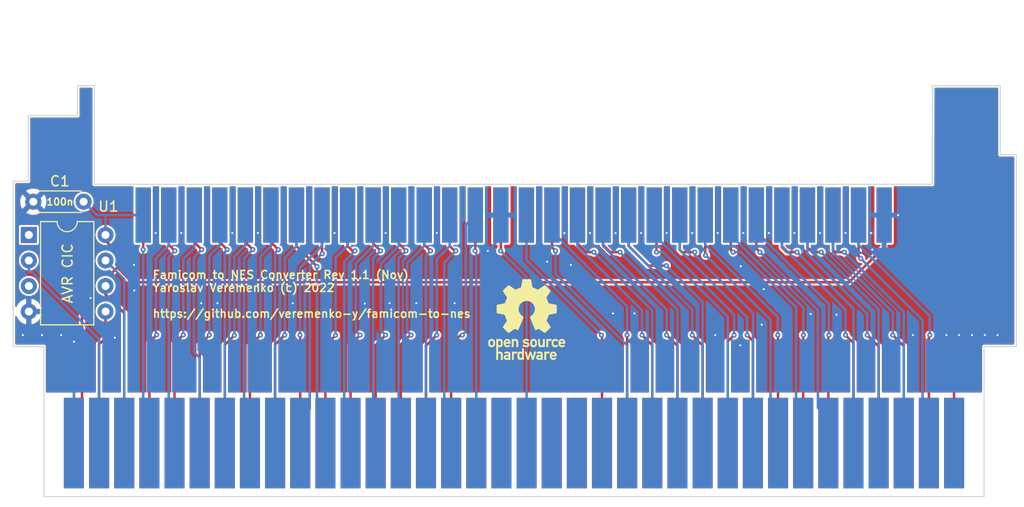
<source format=kicad_pcb>
(kicad_pcb (version 20211014) (generator pcbnew)
  (layers (0 "F.Cu" signal) (31 "B.Cu" signal) (34 "B.Paste" user) (35 "F.Paste" user) (36 "B.SilkS" user "B.Silkscreen") (37 "F.SilkS" user "F.Silkscreen") (38 "B.Mask" user) (39 "F.Mask" user) (44 "Edge.Cuts" user))
  (net 0 "")
  (net 1 "+5V")
  (net 2 "GND")
  (net 3 "/A11")
  (net 4 "/A10")
  (net 5 "/A9")
  (net 6 "/A8")
  (net 7 "/A7")
  (net 8 "/A6")
  (net 9 "/A5")
  (net 10 "/A4")
  (net 11 "/A3")
  (net 12 "/A2")
  (net 13 "/A1")
  (net 14 "/A0")
  (net 15 "/RW")
  (net 16 "/IRQ")
  (net 22 "/R")
  (net 23 "/VA10")
  (net 24 "/PPU_A6")
  (net 25 "/PPU_A5")
  (net 26 "/PPU_A4")
  (net 27 "/PPU_A3")
  (net 28 "/PPU_A2")
  (net 29 "/PPU_A1")
  (net 30 "/PPU_A0")
  (net 31 "/PPU_D0")
  (net 32 "/PPU_D1")
  (net 33 "/PPU_D2")
  (net 34 "/PPU_D3")
  (net 35 "/S0")
  (net 36 "/S1")
  (net 37 "/CLK")
  (net 38 "/PHI2")
  (net 39 "/A12")
  (net 40 "/A13")
  (net 41 "/A14")
  (net 42 "/D7")
  (net 43 "/D6")
  (net 44 "/D5")
  (net 45 "/D4")
  (net 46 "/D3")
  (net 47 "/D2")
  (net 48 "/D1")
  (net 49 "/D0")
  (net 50 "/PRG")
  (net 54 "/A_RF")
  (net 56 "/W")
  (net 57 "/VCS")
  (net 58 "/~{A13}")
  (net 59 "/PPU_A7")
  (net 60 "/PPU_A8")
  (net 61 "/PPU_A9")
  (net 62 "/PPU_A11")
  (net 63 "/PPU_A10")
  (net 64 "/PPU_A12")
  (net 65 "/PPU_A13")
  (net 66 "/PPU_D7")
  (net 67 "/PPU_D6")
  (net 68 "/PPU_D5")
  (net 69 "/PPU_D4")
  (net 70 "/S2")
  (net 71 "/4MHz")
  (net 73 "/A_2A03")
  (footprint "yaros:NES_Cart_Edge_Connector" (layer "F.Cu") (at 141.54 106.6292)
    (fp_text reference "J1" hide)
    (fp_text value "NES" hide)
  )
  (footprint "Capacitor_THT:C_Disc_D4.3mm_W1.9mm_P5.00mm" (layer "F.Cu") (at 98.75 82.61 180)
    (fp_text reference "C1")
    (fp_text value "100n")
  )
  (footprint "Package_DIP:DIP-8_W7.62mm" (layer "F.Cu") (at 93.31 85.92)
    (fp_text reference "U1")
    (fp_text value "AVR CIC")
  )
  (footprint "Symbol:OSHW-Logo_7.5x8mm_SilkScreen" (layer "F.Cu") (at 142.7988 94.3356)
    (fp_text reference "REF**" hide)
    (fp_text value "OSHW-Logo_7.5x8mm_SilkScreen" hide)
  )
  (footprint "yaros:Famicom-60SocketEdge" (layer "B.Cu") (at 182.755 65.446 180)
    (fp_text reference "J2" hide)
    (fp_text value "Famicom")
  )
  (gr_line (start 98.1568 71.0692) (end 99.822 71.0692) (layer "Edge.Cuts") (width 0.1))
  (gr_line (start 93.2546 80.5688) (end 93.2546 74.041) (layer "Edge.Cuts") (width 0.1))
  (gr_line (start 91.756 80.5688) (end 93.2546 80.5688) (layer "Edge.Cuts") (width 0.1))
  (gr_line (start 191.4764 97.028) (end 191.4764 77.9272) (layer "Edge.Cuts") (width 0.1))
  (gr_line (start 191.4764 77.9272) (end 189.8762 77.9272) (layer "Edge.Cuts") (width 0.1))
  (gr_line (start 93.2546 74.041) (end 98.1568 74.041) (layer "Edge.Cuts") (width 0.1))
  (gr_line (start 189.8762 77.6478) (end 189.8762 71.0692) (layer "Edge.Cuts") (width 0.1))
  (gr_line (start 189.8762 77.9272) (end 189.8762 77.6478) (layer "Edge.Cuts") (width 0.1))
  (gr_line (start 188.276 111.9632) (end 188.276 97.028) (layer "Edge.Cuts") (width 0.1))
  (gr_line (start 99.822 71.0692) (end 99.822 80.8736) (layer "Edge.Cuts") (width 0.1))
  (gr_line (start 98.1568 74.041) (end 98.1568 71.0692) (layer "Edge.Cuts") (width 0.1))
  (gr_line (start 183.134 80.8736) (end 183.14 71.0692) (layer "Edge.Cuts") (width 0.1))
  (gr_line (start 94.804 97.028) (end 91.756 97.028) (layer "Edge.Cuts") (width 0.1))
  (gr_line (start 183.14 71.0692) (end 189.8762 71.0692) (layer "Edge.Cuts") (width 0.1))
  (gr_line (start 91.756 97.028) (end 91.756 80.5688) (layer "Edge.Cuts") (width 0.1))
  (gr_line (start 188.276 97.028) (end 191.4764 97.028) (layer "Edge.Cuts") (width 0.1))
  (gr_line (start 99.822 80.8736) (end 183.134 80.8736) (layer "Edge.Cuts") (width 0.1))
  (gr_line (start 188.276 111.9632) (end 94.804 111.9632) (layer "Edge.Cuts") (width 0.1))
  (gr_line (start 94.804 111.9632) (end 94.804 97.028) (layer "Edge.Cuts") (width 0.1))
  (gr_text "Famicom to NES Converter Rev 1.1 (Nov)\nYaroslav Veremenko (c) 2022\n\nhttps://github.com/veremenko-y/famicom-to-nes" (at 105.537 91.821) (layer "F.SilkS") (effects (font (size 0.8 0.8)) (justify left)))
  (segment (start 98.5937 103.3363) (end 98.5937 91.2713) (width 0.25) (layer "F.Cu") (net 1))
  (segment (start 98.5937 91.2713) (end 100.1522 89.7128) (width 0.25) (layer "F.Cu") (net 1))
  (segment (start 102.108 89.154) (end 103.5812 90.6272) (width 0.25) (layer "F.Cu") (net 1))
  (segment (start 100.1522 89.7128) (end 101.5492 89.7128) (width 0.25) (layer "F.Cu") (net 1))
  (segment (start 174.829 90.6272) (end 178.335 87.1212) (width 0.25) (layer "F.Cu") (net 1))
  (segment (start 102.362 88.9) (end 102.108 89.154) (width 0.25) (layer "F.Cu") (net 1))
  (segment (start 102.362 88.9) (end 102.362 87.9146) (width 0.25) (layer "F.Cu") (net 1))
  (segment (start 102.362 87.9146) (end 100.93 86.4826) (width 0.25) (layer "F.Cu") (net 1))
  (segment (start 101.5492 89.7128) (end 102.362 88.9) (width 0.25) (layer "F.Cu") (net 1))
  (segment (start 103.5812 90.6272) (end 174.829 90.6272) (width 0.25) (layer "F.Cu") (net 1))
  (segment (start 178.335 87.1212) (end 178.335 83.946) (width 0.25) (layer "F.Cu") (net 1))
  (segment (start 100.086 83.946) (end 100.93 83.946) (width 0.25) (layer "B.Cu") (net 1))
  (segment (start 100.93 83.946) (end 100.93 85.92) (width 0.25) (layer "B.Cu") (net 1))
  (segment (start 98.75 82.61) (end 100.086 83.946) (width 0.25) (layer "B.Cu") (net 1))
  (segment (start 100.93 83.946) (end 104.675 83.946) (width 0.25) (layer "B.Cu") (net 1))
  (segment (start 185.29 104.14) (end 185.29 96.8147) (width 0.25) (layer "F.Cu") (net 2))
  (via (at 108.458 85.725) (size 0.5) (drill 0.2) (layers "F.Cu" "B.Cu") (net 2))
  (via (at 138.938 87.503) (size 0.5) (drill 0.2) (layers "F.Cu" "B.Cu") (net 2))
  (via (at 179.7317 83.947) (size 0.5) (drill 0.2) (layers "F.Cu" "B.Cu") (net 2))
  (via (at 101.854 96.139) (size 0.5) (drill 0.2) (layers "F.Cu" "B.Cu") (net 2))
  (via (at 169.418 85.725) (size 0.5) (drill 0.2) (layers "F.Cu" "B.Cu") (net 2))
  (via (at 161.544 95.885) (size 0.5) (drill 0.2) (layers "F.Cu" "B.Cu") (net 2))
  (via (at 103.759 88.9) (size 0.5) (drill 0.2) (layers "F.Cu" "B.Cu") (net 2))
  (via (at 119.5445 92.71) (size 0.5) (drill 0.2) (layers "F.Cu" "B.Cu") (net 2))
  (via (at 123.698 85.725) (size 0.5) (drill 0.2) (layers "F.Cu" "B.Cu") (net 2))
  (via (at 164.338 85.725) (size 0.5) (drill 0.2) (layers "F.Cu" "B.Cu") (net 2))
  (via (at 103.7844 91.44) (size 0.5) (drill 0.2) (layers "F.Cu" "B.Cu") (net 2))
  (via (at 151.384 93.726) (size 0.5) (drill 0.2) (layers "F.Cu" "B.Cu") (net 2))
  (via (at 131.826 92.71) (size 0.5) (drill 0.2) (layers "F.Cu" "B.Cu") (net 2))
  (via (at 171.958 85.725) (size 0.5) (drill 0.2) (layers "F.Cu" "B.Cu") (net 2))
  (via (at 187.071 95.885) (size 0.5) (drill 0.2) (layers "F.Cu" "B.Cu") (net 2))
  (via (at 166.1668 94.8436) (size 0.5) (drill 0.2) (layers "F.Cu" "B.Cu") (net 2))
  (via (at 116.078 85.725) (size 0.5) (drill 0.2) (layers "F.Cu" "B.Cu") (net 2))
  (via (at 113.538 85.725) (size 0.5) (drill 0.2) (layers "F.Cu" "B.Cu") (net 2))
  (via (at 166.878 85.725) (size 0.5) (drill 0.2) (layers "F.Cu" "B.Cu") (net 2))
  (via (at 110.4392 92.71) (size 0.5) (drill 0.2) (layers "F.Cu" "B.Cu") (net 2))
  (via (at 147.193 88.9) (size 0.5) (drill 0.2) (layers "F.Cu" "B.Cu") (net 2))
  (via (at 166.37 91.313) (size 0.5) (drill 0.2) (layers "F.Cu" "B.Cu") (net 2))
  (via (at 128.778 85.725) (size 0.5) (drill 0.2) (layers "F.Cu" "B.Cu") (net 2))
  (via (at 185.801 95.885) (size 0.5) (drill 0.2) (layers "F.Cu" "B.Cu") (net 2))
  (via (at 97.79 96.5388) (size 0.5) (drill 0.2) (layers "F.Cu" "B.Cu") (net 2))
  (via (at 159.258 85.725) (size 0.5) (drill 0.2) (layers "F.Cu" "B.Cu") (net 2))
  (via (at 105.918 85.725) (size 0.5) (drill 0.2) (layers "F.Cu" "B.Cu") (net 2))
  (via (at 151.638 85.725) (size 0.5) (drill 0.2) (layers "F.Cu" "B.Cu") (net 2))
  (via (at 156.718 85.725) (size 0.5) (drill 0.2) (layers "F.Cu" "B.Cu") (net 2))
  (via (at 188.341 95.885) (size 0.5) (drill 0.2) (layers "F.Cu" "B.Cu") (net 2))
  (via (at 112.0648 92.71) (size 0.5) (drill 0.2) (layers "F.Cu" "B.Cu") (net 2))
  (via (at 129.17 92.71) (size 0.5) (drill 0.2) (layers "F.Cu" "B.Cu") (net 2))
  (via (at 96.52 95.885) (size 0.5) (drill 0.2) (layers "F.Cu" "B.Cu") (net 2))
  (via (at 153.5176 93.726) (size 0.5) (drill 0.2) (layers "F.Cu" "B.Cu") (net 2))
  (via (at 135.636 92.71) (size 0.5) (drill 0.2) (layers "F.Cu" "B.Cu") (net 2))
  (via (at 177.165 87.376) (size 0.5) (drill 0.2) (layers "F.Cu" "B.Cu") (net 2))
  (via (at 164.0332 96.901) (size 0.5) (drill 0.2) (layers "F.Cu" "B.Cu") (net 2))
  (via (at 189.611 95.885) (size 0.5) (drill 0.2) (layers "F.Cu" "B.Cu") (net 2))
  (via (at 177.038 85.725) (size 0.5) (drill 0.2) (layers "F.Cu" "B.Cu") (net 2))
  (via (at 171.0315 93.786508) (size 0.5) (drill 0.2) (layers "F.Cu" "B.Cu") (net 2))
  (via (at 154.178 85.725) (size 0.5) (drill 0.2) (layers "F.Cu" "B.Cu") (net 2))
  (via (at 181.19 95.885) (size 0.5) (drill 0.2) (layers "F.Cu" "B.Cu") (net 2))
  (via (at 99.441 92.202) (size 0.5) (drill 0.2) (layers "F.Cu" "B.Cu") (net 2))
  (via (at 161.798 85.725) (size 0.5) (drill 0.2) (layers "F.Cu" "B.Cu") (net 2))
  (via (at 184.531 95.885) (size 0.5) (drill 0.2) (layers "F.Cu" "B.Cu") (net 2))
  (via (at 164.084 89.027) (size 0.5) (drill 0.2) (layers "F.Cu" "B.Cu") (net 2))
  (via (at 92.71 95.885) (size 0.5) (drill 0.2) (layers "F.Cu" "B.Cu") (net 2))
  (via (at 173.609 93.853) (size 0.5) (drill 0.2) (layers "F.Cu" "B.Cu") (net 2))
  (via (at 94.615 95.885) (size 0.5) (drill 0.2) (layers "F.Cu" "B.Cu") (net 2))
  (via (at 174.498 85.725) (size 0.5) (drill 0.2) (layers "F.Cu" "B.Cu") (net 2))
  (via (at 126.7 92.75) (size 0.5) (drill 0.2) (layers "F.Cu" "B.Cu") (net 2))
  (via (at 144.84 88.58) (size 0.5) (drill 0.2) (layers "F.Cu" "B.Cu") (net 2))
  (via (at 133.858 85.725) (size 0.5) (drill 0.2) (layers "F.Cu" "B.Cu") (net 2))
  (via (at 146.558 85.725) (size 0.5) (drill 0.2) (layers "F.Cu" "B.Cu") (net 2))
  (via (at 149.098 85.725) (size 0.5) (drill 0.2) (layers "F.Cu" "B.Cu") (net 2))
  (segment (start 140.235 86.206) (end 138.938 87.503) (width 0.25) (layer "B.Cu") (net 2))
  (segment (start 179.7307 83.946) (end 179.7317 83.947) (width 0.25) (layer "B.Cu") (net 2))
  (segment (start 97.79 96.5388) (end 97.79 104.14) (width 0.25) (layer "B.Cu") (net 2))
  (segment (start 178.335 83.946) (end 179.7307 83.946) (width 0.25) (layer "B.Cu") (net 2))
  (segment (start 182.79 95.975) (end 182.88 95.885) (width 0.25) (layer "F.Cu") (net 3))
  (segment (start 182.79 104.14) (end 182.79 95.975) (width 0.25) (layer "F.Cu") (net 3))
  (via (at 182.88 95.885) (size 0.5) (drill 0.2) (layers "F.Cu" "B.Cu") (net 3))
  (segment (start 182.88 93.98) (end 182.88 95.885) (width 0.25) (layer "B.Cu") (net 3))
  (segment (start 175.795 86.895) (end 182.88 93.98) (width 0.25) (layer "B.Cu") (net 3))
  (segment (start 175.795 83.946) (end 175.795 86.895) (width 0.25) (layer "B.Cu") (net 3))
  (segment (start 180.29 96.978) (end 179.197 95.885) (width 0.25) (layer "F.Cu") (net 4))
  (segment (start 180.29 104.14) (end 180.29 96.978) (width 0.25) (layer "F.Cu") (net 4))
  (via (at 179.197 95.885) (size 0.5) (drill 0.2) (layers "F.Cu" "B.Cu") (net 4))
  (segment (start 173.255 83.946) (end 173.255 87.6595) (width 0.25) (layer "B.Cu") (net 4))
  (segment (start 173.255 87.6595) (end 179.197 93.6015) (width 0.25) (layer "B.Cu") (net 4))
  (segment (start 179.197 93.6015) (end 179.197 95.885) (width 0.25) (layer "B.Cu") (net 4))
  (segment (start 177.79 104.14) (end 177.79 97.018) (width 0.25) (layer "F.Cu") (net 5))
  (segment (start 177.79 97.018) (end 176.657 95.885) (width 0.25) (layer "F.Cu") (net 5))
  (via (at 176.657 95.885) (size 0.5) (drill 0.2) (layers "F.Cu" "B.Cu") (net 5))
  (segment (start 176.657 93.7547) (end 176.657 95.885) (width 0.25) (layer "B.Cu") (net 5))
  (segment (start 170.715 87.8127) (end 176.657 93.7547) (width 0.25) (layer "B.Cu") (net 5))
  (segment (start 170.715 83.946) (end 170.715 87.8127) (width 0.25) (layer "B.Cu") (net 5))
  (segment (start 175.29 96.677) (end 174.498 95.885) (width 0.25) (layer "F.Cu") (net 6))
  (segment (start 175.29 104.14) (end 175.29 96.677) (width 0.25) (layer "F.Cu") (net 6))
  (via (at 174.498 95.885) (size 0.5) (drill 0.2) (layers "F.Cu" "B.Cu") (net 6))
  (segment (start 174.498 93.3443) (end 174.498 95.885) (width 0.25) (layer "B.Cu") (net 6))
  (segment (start 168.175 83.946) (end 168.175 87.0213) (width 0.25) (layer "B.Cu") (net 6))
  (segment (start 168.175 87.0213) (end 174.498 93.3443) (width 0.25) (layer "B.Cu") (net 6))
  (segment (start 172.79 104.14) (end 172.79 95.942) (width 0.25) (layer "F.Cu") (net 7))
  (segment (start 172.79 95.942) (end 172.847 95.885) (width 0.25) (layer "F.Cu") (net 7))
  (via (at 172.847 95.885) (size 0.5) (drill 0.2) (layers "F.Cu" "B.Cu") (net 7))
  (segment (start 172.847 92.7948) (end 172.847 95.885) (width 0.25) (layer "B.Cu") (net 7))
  (segment (start 165.635 85.5828) (end 172.847 92.7948) (width 0.25) (layer "B.Cu") (net 7))
  (segment (start 170.29 95.902) (end 170.307 95.885) (width 0.25) (layer "F.Cu") (net 8))
  (segment (start 170.29 104.14) (end 170.29 95.902) (width 0.25) (layer "F.Cu") (net 8))
  (via (at 170.307 95.885) (size 0.5) (drill 0.2) (layers "F.Cu" "B.Cu") (net 8))
  (segment (start 163.095 85.934) (end 170.307 93.146) (width 0.25) (layer "B.Cu") (net 8))
  (segment (start 170.307 93.146) (end 170.307 95.885) (width 0.25) (layer "B.Cu") (net 8))
  (segment (start 167.79 104.14) (end 167.79 95.908) (width 0.25) (layer "F.Cu") (net 9))
  (segment (start 167.79 95.908) (end 167.767 95.885) (width 0.25) (layer "F.Cu") (net 9))
  (via (at 167.767 95.885) (size 0.5) (drill 0.2) (layers "F.Cu" "B.Cu") (net 9))
  (segment (start 160.555 83.946) (end 160.555 86.895) (width 0.25) (layer "B.Cu") (net 9))
  (segment (start 160.555 86.895) (end 167.767 94.107) (width 0.25) (layer "B.Cu") (net 9))
  (segment (start 167.767 94.107) (end 167.767 95.885) (width 0.25) (layer "B.Cu") (net 9))
  (segment (start 165.29 96.456) (end 164.719 95.885) (width 0.25) (layer "F.Cu") (net 10))
  (segment (start 165.29 104.14) (end 165.29 96.456) (width 0.25) (layer "F.Cu") (net 10))
  (via (at 164.719 95.885) (size 0.5) (drill 0.2) (layers "F.Cu" "B.Cu") (net 10))
  (segment (start 158.015 87.4214) (end 164.719 94.1254) (width 0.25) (layer "B.Cu") (net 10))
  (segment (start 158.015 83.946) (end 158.015 87.4214) (width 0.25) (layer "B.Cu") (net 10))
  (segment (start 164.719 94.1254) (end 164.719 95.885) (width 0.25) (layer "B.Cu") (net 10))
  (segment (start 162.79 96.5186) (end 163.4236 95.885) (width 0.25) (layer "F.Cu") (net 11))
  (segment (start 162.79 104.14) (end 162.79 96.5186) (width 0.25) (layer "F.Cu") (net 11))
  (via (at 163.4236 95.885) (size 0.5) (drill 0.2) (layers "F.Cu" "B.Cu") (net 11))
  (segment (start 155.475 85.892) (end 163.4236 93.8406) (width 0.25) (layer "B.Cu") (net 11))
  (segment (start 163.4236 93.8406) (end 163.4236 95.885) (width 0.25) (layer "B.Cu") (net 11))
  (segment (start 160.29 96.917) (end 159.258 95.885) (width 0.25) (layer "F.Cu") (net 12))
  (segment (start 160.29 104.14) (end 160.29 96.917) (width 0.25) (layer "F.Cu") (net 12))
  (via (at 159.258 95.885) (size 0.5) (drill 0.2) (layers "F.Cu" "B.Cu") (net 12))
  (segment (start 152.935 83.946) (end 152.935 87.0213) (width 0.25) (layer "B.Cu") (net 12))
  (segment (start 159.258 93.3443) (end 159.258 95.885) (width 0.25) (layer "B.Cu") (net 12))
  (segment (start 152.935 87.0213) (end 159.258 93.3443) (width 0.25) (layer "B.Cu") (net 12))
  (segment (start 157.79 104.14) (end 157.79 96.957) (width 0.25) (layer "F.Cu") (net 13))
  (segment (start 157.79 96.957) (end 156.718 95.885) (width 0.25) (layer "F.Cu") (net 13))
  (via (at 156.718 95.885) (size 0.5) (drill 0.2) (layers "F.Cu" "B.Cu") (net 13))
  (segment (start 150.395 83.946) (end 150.395 87.0213) (width 0.25) (layer "B.Cu") (net 13))
  (segment (start 156.718 93.3443) (end 156.718 95.885) (width 0.25) (layer "B.Cu") (net 13))
  (segment (start 150.395 87.0213) (end 156.718 93.3443) (width 0.25) (layer "B.Cu") (net 13))
  (segment (start 155.29 96.9027) (end 154.2723 95.885) (width 0.25) (layer "F.Cu") (net 14))
  (segment (start 155.29 104.14) (end 155.29 96.9027) (width 0.25) (layer "F.Cu") (net 14))
  (via (at 154.2723 95.885) (size 0.5) (drill 0.2) (layers "F.Cu" "B.Cu") (net 14))
  (segment (start 147.855 83.946) (end 147.855 87.0213) (width 0.25) (layer "B.Cu") (net 14))
  (segment (start 154.2723 93.4386) (end 154.2723 95.885) (width 0.25) (layer "B.Cu") (net 14))
  (segment (start 147.855 87.0213) (end 154.2723 93.4386) (width 0.25) (layer "B.Cu") (net 14))
  (segment (start 152.79 104.14) (end 152.79 95.894) (width 0.25) (layer "F.Cu") (net 15))
  (segment (start 152.79 95.894) (end 152.781 95.885) (width 0.25) (layer "F.Cu") (net 15))
  (via (at 152.781 95.885) (size 0.5) (drill 0.2) (layers "F.Cu" "B.Cu") (net 15))
  (segment (start 145.315 85.5518) (end 152.781 93.0178) (width 0.25) (layer "B.Cu") (net 15))
  (segment (start 152.781 93.0178) (end 152.781 95.885) (width 0.25) (layer "B.Cu") (net 15))
  (segment (start 150.29 95.934) (end 150.241 95.885) (width 0.25) (layer "F.Cu") (net 16))
  (segment (start 150.29 104.14) (end 150.29 95.934) (width 0.25) (layer "F.Cu") (net 16))
  (via (at 150.241 95.885) (size 0.5) (drill 0.2) (layers "F.Cu" "B.Cu") (net 16))
  (segment (start 142.775 83.946) (end 142.775 88.419) (width 0.25) (layer "B.Cu") (net 16))
  (segment (start 142.775 88.419) (end 150.241 95.885) (width 0.25) (layer "B.Cu") (net 16))
  (segment (start 136.2197 95.885) (end 136.398 95.885) (width 0.25) (layer "F.Cu") (net 22))
  (segment (start 135.29 96.8147) (end 136.2197 95.885) (width 0.25) (layer "F.Cu") (net 22))
  (segment (start 135.29 104.14) (end 135.29 96.8147) (width 0.25) (layer "F.Cu") (net 22))
  (via (at 136.398 95.885) (size 0.5) (drill 0.2) (layers "F.Cu" "B.Cu") (net 22))
  (segment (start 136.75 95.533) (end 136.398 95.885) (width 0.25) (layer "B.Cu") (net 22))
  (segment (start 137.695 83.946) (end 136.75 84.891) (width 0.25) (layer "B.Cu") (net 22))
  (segment (start 136.75 84.891) (end 136.75 95.533) (width 0.25) (layer "B.Cu") (net 22))
  (segment (start 132.79 96.953) (end 133.858 95.885) (width 0.25) (layer "F.Cu") (net 23))
  (segment (start 132.79 104.14) (end 132.79 96.953) (width 0.25) (layer "F.Cu") (net 23))
  (via (at 133.858 95.885) (size 0.5) (drill 0.2) (layers "F.Cu" "B.Cu") (net 23))
  (segment (start 135.155 83.946) (end 135.155 87.0213) (width 0.25) (layer "B.Cu") (net 23))
  (segment (start 133.858 88.3183) (end 133.858 95.885) (width 0.25) (layer "B.Cu") (net 23))
  (segment (start 135.155 87.0213) (end 133.858 88.3183) (width 0.25) (layer "B.Cu") (net 23))
  (segment (start 131.2197 95.885) (end 131.318 95.885) (width 0.25) (layer "F.Cu") (net 24))
  (segment (start 130.29 96.8147) (end 131.2197 95.885) (width 0.25) (layer "F.Cu") (net 24))
  (segment (start 130.29 104.14) (end 130.29 96.8147) (width 0.25) (layer "F.Cu") (net 24))
  (via (at 131.318 95.885) (size 0.5) (drill 0.2) (layers "F.Cu" "B.Cu") (net 24))
  (segment (start 130.912 95.479) (end 131.318 95.885) (width 0.25) (layer "B.Cu") (net 24))
  (segment (start 130.912 88.7243) (end 130.912 95.479) (width 0.25) (layer "B.Cu") (net 24))
  (segment (start 132.615 83.946) (end 132.615 87.0213) (width 0.25) (layer "B.Cu") (net 24))
  (segment (start 132.615 87.0213) (end 130.912 88.7243) (width 0.25) (layer "B.Cu") (net 24))
  (segment (start 127.79 104.14) (end 127.79 96.873) (width 0.25) (layer "F.Cu") (net 25))
  (segment (start 127.79 96.873) (end 128.778 95.885) (width 0.25) (layer "F.Cu") (net 25))
  (via (at 128.778 95.885) (size 0.5) (drill 0.2) (layers "F.Cu" "B.Cu") (net 25))
  (segment (start 130.075 83.946) (end 130.075 87.0213) (width 0.25) (layer "B.Cu") (net 25))
  (segment (start 130.075 87.0213) (end 128.311 88.7853) (width 0.25) (layer "B.Cu") (net 25))
  (segment (start 128.311 88.7853) (end 128.311 95.418) (width 0.25) (layer "B.Cu") (net 25))
  (segment (start 128.311 95.418) (end 128.778 95.885) (width 0.25) (layer "B.Cu") (net 25))
  (segment (start 125.29 104.14) (end 125.29 96.833) (width 0.25) (layer "F.Cu") (net 26))
  (segment (start 125.29 96.833) (end 126.238 95.885) (width 0.25) (layer "F.Cu") (net 26))
  (via (at 126.238 95.885) (size 0.5) (drill 0.2) (layers "F.Cu" "B.Cu") (net 26))
  (segment (start 125.8171 95.4641) (end 126.238 95.885) (width 0.25) (layer "B.Cu") (net 26))
  (segment (start 125.8171 88.7392) (end 125.8171 95.4641) (width 0.25) (layer "B.Cu") (net 26))
  (segment (start 127.535 87.0213) (end 125.8171 88.7392) (width 0.25) (layer "B.Cu") (net 26))
  (segment (start 127.535 83.946) (end 127.535 87.0213) (width 0.25) (layer "B.Cu") (net 26))
  (segment (start 123.7996 95.9104) (end 122.79 96.92) (width 0.25) (layer "F.Cu") (net 27))
  (segment (start 122.79 96.92) (end 122.79 104.14) (width 0.25) (layer "F.Cu") (net 27))
  (via (at 123.7996 95.9104) (size 0.5) (drill 0.2) (layers "F.Cu" "B.Cu") (net 27))
  (segment (start 123.7996 88.1888) (end 124.995 86.9934) (width 0.25) (layer "B.Cu") (net 27))
  (segment (start 123.7996 95.9104) (end 123.7996 88.1888) (width 0.25) (layer "B.Cu") (net 27))
  (segment (start 124.995 86.9934) (end 124.995 83.946) (width 0.25) (layer "B.Cu") (net 27))
  (segment (start 120.29 104.14) (end 120.29 95.906) (width 0.25) (layer "F.Cu") (net 28))
  (segment (start 120.29 95.906) (end 120.269 95.885) (width 0.25) (layer "F.Cu") (net 28))
  (via (at 120.269 95.885) (size 0.5) (drill 0.2) (layers "F.Cu" "B.Cu") (net 28))
  (segment (start 122.455 83.946) (end 122.455 86.9934) (width 0.25) (layer "B.Cu") (net 28))
  (segment (start 120.269 89.1794) (end 120.269 95.885) (width 0.25) (layer "B.Cu") (net 28))
  (segment (start 122.455 86.9934) (end 120.269 89.1794) (width 0.25) (layer "B.Cu") (net 28))
  (segment (start 117.79 104.14) (end 117.79 96.84) (width 0.25) (layer "F.Cu") (net 29))
  (segment (start 117.79 96.84) (end 118.745 95.885) (width 0.25) (layer "F.Cu") (net 29))
  (via (at 118.745 95.885) (size 0.5) (drill 0.2) (layers "F.Cu" "B.Cu") (net 29))
  (segment (start 119.915 87.0213) (end 118.745 88.1913) (width 0.25) (layer "B.Cu") (net 29))
  (segment (start 118.745 88.1913) (end 118.745 95.885) (width 0.25) (layer "B.Cu") (net 29))
  (segment (start 119.915 83.946) (end 119.915 87.0213) (width 0.25) (layer "B.Cu") (net 29))
  (segment (start 115.29 96.927) (end 116.332 95.885) (width 0.25) (layer "F.Cu") (net 30))
  (segment (start 115.29 104.14) (end 115.29 96.927) (width 0.25) (layer "F.Cu") (net 30))
  (via (at 116.332 95.885) (size 0.5) (drill 0.2) (layers "F.Cu" "B.Cu") (net 30))
  (segment (start 117.375 83.946) (end 117.375 87.0213) (width 0.25) (layer "B.Cu") (net 30))
  (segment (start 117.375 87.0213) (end 116.332 88.0643) (width 0.25) (layer "B.Cu") (net 30))
  (segment (start 116.332 88.0643) (end 116.332 95.885) (width 0.25) (layer "B.Cu") (net 30))
  (segment (start 112.79 96.8616) (end 112.79 104.14) (width 0.25) (layer "F.Cu") (net 31))
  (segment (start 113.7412 95.9104) (end 112.79 96.8616) (width 0.25) (layer "F.Cu") (net 31))
  (via (at 113.7412 95.9104) (size 0.5) (drill 0.2) (layers "F.Cu" "B.Cu") (net 31))
  (segment (start 113.7412 88.0618) (end 114.835 86.968) (width 0.25) (layer "B.Cu") (net 31))
  (segment (start 114.835 86.968) (end 114.835 83.946) (width 0.25) (layer "B.Cu") (net 31))
  (segment (start 113.7412 95.9104) (end 113.7412 88.0618) (width 0.25) (layer "B.Cu") (net 31))
  (segment (start 110.29 96.847) (end 111.252 95.885) (width 0.25) (layer "F.Cu") (net 32))
  (segment (start 110.29 104.14) (end 110.29 96.847) (width 0.25) (layer "F.Cu") (net 32))
  (via (at 111.252 95.885) (size 0.5) (drill 0.2) (layers "F.Cu" "B.Cu") (net 32))
  (segment (start 112.295 86.946) (end 111.252 87.989) (width 0.25) (layer "B.Cu") (net 32))
  (segment (start 112.295 83.946) (end 112.295 86.946) (width 0.25) (layer "B.Cu") (net 32))
  (segment (start 111.252 87.989) (end 111.252 95.885) (width 0.25) (layer "B.Cu") (net 32))
  (segment (start 108.6612 95.8596) (end 107.79 96.7308) (width 0.25) (layer "F.Cu") (net 33))
  (segment (start 107.79 96.7308) (end 107.79 104.14) (width 0.25) (layer "F.Cu") (net 33))
  (via (at 108.6612 95.8596) (size 0.5) (drill 0.2) (layers "F.Cu" "B.Cu") (net 33))
  (segment (start 109.755 87.222) (end 109.755 83.946) (width 0.25) (layer "B.Cu") (net 33))
  (segment (start 108.6612 88.3158) (end 109.755 87.222) (width 0.25) (layer "B.Cu") (net 33))
  (segment (start 108.6612 95.8596) (end 108.6612 88.3158) (width 0.25) (layer "B.Cu") (net 33))
  (segment (start 105.29 96.5892) (end 105.29 104.14) (width 0.25) (layer "F.Cu") (net 34))
  (segment (start 106.0196 95.8596) (end 105.29 96.5892) (width 0.25) (layer "F.Cu") (net 34))
  (via (at 106.0196 95.8596) (size 0.5) (drill 0.2) (layers "F.Cu" "B.Cu") (net 34))
  (segment (start 105.9368 88.2462) (end 107.215 86.968) (width 0.25) (layer "B.Cu") (net 34))
  (segment (start 105.9368 95.7768) (end 105.9368 88.2462) (width 0.25) (layer "B.Cu") (net 34))
  (segment (start 107.215 86.968) (end 107.215 83.946) (width 0.25) (layer "B.Cu") (net 34))
  (segment (start 106.0196 95.8596) (end 105.9368 95.7768) (width 0.25) (layer "B.Cu") (net 34))
  (segment (start 100.93 91.844) (end 100.93 91) (width 0.25) (layer "F.Cu") (net 35))
  (segment (start 102.79 104.14) (end 102.79 93.704) (width 0.25) (layer "F.Cu") (net 35))
  (segment (start 102.79 93.704) (end 100.93 91.844) (width 0.25) (layer "F.Cu") (net 35))
  (segment (start 100.29 96.8147) (end 100.93 96.1747) (width 0.25) (layer "F.Cu") (net 36))
  (segment (start 100.93 96.1747) (end 100.93 93.54) (width 0.25) (layer "F.Cu") (net 36))
  (segment (start 100.29 104.14) (end 100.29 96.8147) (width 0.25) (layer "F.Cu") (net 36))
  (segment (start 175.795 88.038) (end 176.022 88.265) (width 0.25) (layer "F.Cu") (net 38))
  (segment (start 175.795 83.946) (end 175.795 88.038) (width 0.25) (layer "F.Cu") (net 38))
  (via (at 176.022 88.265) (size 0.5) (drill 0.2) (layers "F.Cu" "B.Cu") (net 38))
  (segment (start 182.1555 103.5055) (end 182.1555 94.3985) (width 0.25) (layer "B.Cu") (net 38))
  (segment (start 182.1555 94.3985) (end 176.022 88.265) (width 0.25) (layer "B.Cu") (net 38))
  (segment (start 173.482 87.63) (end 174.371 87.63) (width 0.25) (layer "F.Cu") (net 39))
  (segment (start 173.255 83.946) (end 173.255 87.403) (width 0.25) (layer "F.Cu") (net 39))
  (segment (start 173.255 87.403) (end 173.482 87.63) (width 0.25) (layer "F.Cu") (net 39))
  (via (at 174.371 87.63) (size 0.5) (drill 0.2) (layers "F.Cu" "B.Cu") (net 39))
  (segment (start 180.29 104.14) (end 180.29 93.557598) (width 0.25) (layer "B.Cu") (net 39))
  (segment (start 180.29 93.557598) (end 174.371 87.638598) (width 0.25) (layer "B.Cu") (net 39))
  (segment (start 174.371 87.638598) (end 174.371 87.63) (width 0.25) (layer "B.Cu") (net 39))
  (segment (start 170.715 83.946) (end 170.715 87.149) (width 0.25) (layer "F.Cu") (net 40))
  (segment (start 171.196 87.63) (end 172.085 87.63) (width 0.25) (layer "F.Cu") (net 40))
  (segment (start 170.715 87.149) (end 171.196 87.63) (width 0.25) (layer "F.Cu") (net 40))
  (via (at 172.085 87.63) (size 0.5) (drill 0.2) (layers "F.Cu" "B.Cu") (net 40))
  (segment (start 177.79 93.335) (end 172.085 87.63) (width 0.25) (layer "B.Cu") (net 40))
  (segment (start 177.79 104.14) (end 177.79 93.335) (width 0.25) (layer "B.Cu") (net 40))
  (segment (start 168.175 83.946) (end 168.175 87.149) (width 0.25) (layer "F.Cu") (net 41))
  (segment (start 168.656 87.63) (end 169.672 87.63) (width 0.25) (layer "F.Cu") (net 41))
  (segment (start 168.175 87.149) (end 168.656 87.63) (width 0.25) (layer "F.Cu") (net 41))
  (via (at 169.672 87.63) (size 0.5) (drill 0.2) (layers "F.Cu" "B.Cu") (net 41))
  (segment (start 175.29 93.248) (end 169.672 87.63) (width 0.25) (layer "B.Cu") (net 41))
  (segment (start 175.29 104.14) (end 175.29 93.248) (width 0.25) (layer "B.Cu") (net 41))
  (segment (start 165.635 87.276) (end 165.989 87.63) (width 0.25) (layer "F.Cu") (net 42))
  (segment (start 165.635 83.946) (end 165.635 87.276) (width 0.25) (layer "F.Cu") (net 42))
  (via (at 165.989 87.63) (size 0.5) (drill 0.2) (layers "F.Cu" "B.Cu") (net 42))
  (segment (start 171.756 103.106) (end 171.756 93.397) (width 0.25) (layer "B.Cu") (net 42))
  (segment (start 171.756 93.397) (end 165.989 87.63) (width 0.25) (layer "B.Cu") (net 42))
  (segment (start 172.79 104.14) (end 171.756 103.106) (width 0.25) (layer "B.Cu") (net 42))
  (segment (start 163.095 87.403) (end 163.322 87.63) (width 0.25) (layer "F.Cu") (net 43))
  (segment (start 163.095 83.946) (end 163.095 87.403) (width 0.25) (layer "F.Cu") (net 43))
  (via (at 163.322 87.63) (size 0.5) (drill 0.2) (layers "F.Cu" "B.Cu") (net 43))
  (segment (start 164.092598 87.63) (end 163.322 87.63) (width 0.25) (layer "B.Cu") (net 43))
  (segment (start 169.5825 103.4325) (end 169.5825 93.119902) (width 0.25) (layer "B.Cu") (net 43))
  (segment (start 169.5825 93.119902) (end 164.092598 87.63) (width 0.25) (layer "B.Cu") (net 43))
  (segment (start 160.555 83.946) (end 160.555 87.919598) (width 0.25) (layer "F.Cu") (net 44))
  (segment (start 160.555 87.919598) (end 160.587201 87.951799) (width 0.25) (layer "F.Cu") (net 44))
  (via (at 160.587201 87.951799) (size 0.5) (drill 0.2) (layers "F.Cu" "B.Cu") (net 44))
  (segment (start 167.0425 103.3925) (end 167.0425 94.3816) (width 0.25) (layer "B.Cu") (net 44))
  (segment (start 167.0425 94.3816) (end 160.612699 87.951799) (width 0.25) (layer "B.Cu") (net 44))
  (segment (start 160.612699 87.951799) (end 160.587201 87.951799) (width 0.25) (layer "B.Cu") (net 44))
  (segment (start 158.015 83.946) (end 158.015 87.403) (width 0.25) (layer "F.Cu") (net 45))
  (segment (start 158.242 87.63) (end 159.512 87.63) (width 0.25) (layer "F.Cu") (net 45))
  (segment (start 158.015 87.403) (end 158.242 87.63) (width 0.25) (layer "F.Cu") (net 45))
  (via (at 159.512 87.63) (size 0.5) (drill 0.2) (layers "F.Cu" "B.Cu") (net 45))
  (segment (start 165.3032 93.692396) (end 159.512 87.901196) (width 0.25) (layer "B.Cu") (net 45))
  (segment (start 159.512 87.901196) (end 159.512 87.63) (width 0.25) (layer "B.Cu") (net 45))
  (segment (start 165.3032 104.1268) (end 165.3032 93.692396) (width 0.25) (layer "B.Cu") (net 45))
  (segment (start 155.702 84.173) (end 155.702 87.63) (width 0.25) (layer "F.Cu") (net 46))
  (via (at 155.702 87.63) (size 0.5) (drill 0.2) (layers "F.Cu" "B.Cu") (net 46))
  (segment (start 162.79 104.14) (end 162.79 94.0522) (width 0.25) (layer "B.Cu") (net 46))
  (segment (start 162.79 94.0522) (end 156.3678 87.63) (width 0.25) (layer "B.Cu") (net 46))
  (segment (start 156.3678 87.63) (end 155.702 87.63) (width 0.25) (layer "B.Cu") (net 46))
  (segment (start 152.935 83.946) (end 152.935 87.0213) (width 0.25) (layer "F.Cu") (net 47))
  (segment (start 156.6864 88.9744) (end 154.8881 88.9744) (width 0.25) (layer "F.Cu") (net 47))
  (segment (start 154.8881 88.9744) (end 152.935 87.0213) (width 0.25) (layer "F.Cu") (net 47))
  (via (at 156.6864 88.9744) (size 0.5) (drill 0.2) (layers "F.Cu" "B.Cu") (net 47))
  (segment (start 160.29 104.14) (end 160.29 92.578) (width 0.25) (layer "B.Cu") (net 47))
  (segment (start 160.29 92.578) (end 156.6864 88.9744) (width 0.25) (layer "B.Cu") (net 47))
  (segment (start 150.395 83.946) (end 150.395 86.895) (width 0.25) (layer "F.Cu") (net 48))
  (segment (start 150.395 86.895) (end 151.13 87.63) (width 0.25) (layer "F.Cu") (net 48))
  (segment (start 151.13 87.63) (end 152.0725 87.63) (width 0.25) (layer "F.Cu") (net 48))
  (via (at 152.0725 87.63) (size 0.5) (drill 0.2) (layers "F.Cu" "B.Cu") (net 48))
  (segment (start 157.79 93.3475) (end 152.0725 87.63) (width 0.25) (layer "B.Cu") (net 48))
  (segment (start 157.79 104.14) (end 157.79 93.3475) (width 0.25) (layer "B.Cu") (net 48))
  (segment (start 147.855 83.946) (end 147.855 86.768) (width 0.25) (layer "F.Cu") (net 49))
  (segment (start 148.717 87.63) (end 149.479 87.63) (width 0.25) (layer "F.Cu") (net 49))
  (segment (start 147.855 86.768) (end 148.717 87.63) (width 0.25) (layer "F.Cu") (net 49))
  (via (at 149.479 87.63) (size 0.5) (drill 0.2) (layers "F.Cu" "B.Cu") (net 49))
  (segment (start 155.29 93.441) (end 149.479 87.63) (width 0.25) (layer "B.Cu") (net 49))
  (segment (start 155.29 104.14) (end 155.29 93.441) (width 0.25) (layer "B.Cu") (net 49))
  (segment (start 145.315 83.946) (end 145.315 87.149) (width 0.25) (layer "F.Cu") (net 50))
  (segment (start 145.315 87.149) (end 145.669 87.503) (width 0.25) (layer "F.Cu") (net 50))
  (via (at 145.669 87.503) (size 0.5) (drill 0.2) (layers "F.Cu" "B.Cu") (net 50))
  (segment (start 152.79 96.918598) (end 145.669 89.797598) (width 0.25) (layer "B.Cu") (net 50))
  (segment (start 145.669 89.797598) (end 145.669 87.503) (width 0.25) (layer "B.Cu") (net 50))
  (segment (start 152.79 104.14) (end 152.79 96.918598) (width 0.25) (layer "B.Cu") (net 50))
  (segment (start 140.235 83.946) (end 140.235 87.476) (width 0.25) (layer "F.Cu") (net 54))
  (segment (start 140.235 87.476) (end 140.208 87.503) (width 0.25) (layer "F.Cu") (net 54))
  (via (at 140.208 87.503) (size 0.5) (drill 0.2) (layers "F.Cu" "B.Cu") (net 54))
  (segment (start 142.79 104.14) (end 142.79 90.085) (width 0.25) (layer "B.Cu") (net 54))
  (segment (start 142.79 90.085) (end 140.208 87.503) (width 0.25) (layer "B.Cu") (net 54))
  (segment (start 137.695 87.476) (end 137.668 87.503) (width 0.25) (layer "F.Cu") (net 56))
  (segment (start 137.695 83.946) (end 137.695 87.476) (width 0.25) (layer "F.Cu") (net 56))
  (via (at 137.668 87.503) (size 0.5) (drill 0.2) (layers "F.Cu" "B.Cu") (net 56))
  (segment (start 137.79 87.625) (end 137.668 87.503) (width 0.25) (layer "B.Cu") (net 56))
  (segment (start 137.79 104.14) (end 137.79 87.625) (width 0.25) (layer "B.Cu") (net 56))
  (segment (start 135.155 87.0213) (end 135.6367 87.503) (width 0.25) (layer "F.Cu") (net 57))
  (segment (start 135.155 83.946) (end 135.155 87.0213) (width 0.25) (layer "F.Cu") (net 57))
  (segment (start 135.6367 87.503) (end 135.763 87.503) (width 0.25) (layer "F.Cu") (net 57))
  (via (at 135.763 87.503) (size 0.5) (drill 0.2) (layers "F.Cu" "B.Cu") (net 57))
  (segment (start 134.6115 103.4615) (end 134.6115 88.6545) (width 0.25) (layer "B.Cu") (net 57))
  (segment (start 134.6115 88.6545) (end 135.763 87.503) (width 0.25) (layer "B.Cu") (net 57))
  (segment (start 132.615 83.946) (end 132.615 86.8705) (width 0.25) (layer "F.Cu") (net 58))
  (segment (start 132.615 86.8705) (end 133.2475 87.503) (width 0.25) (layer "F.Cu") (net 58))
  (via (at 133.2475 87.503) (size 0.5) (drill 0.2) (layers "F.Cu" "B.Cu") (net 58))
  (segment (start 132.79 104.14) (end 132.79 87.9605) (width 0.25) (layer "B.Cu") (net 58))
  (segment (start 132.79 87.9605) (end 133.2475 87.503) (width 0.25) (layer "B.Cu") (net 58))
  (segment (start 130.075 86.768) (end 130.81 87.503) (width 0.25) (layer "F.Cu") (net 59))
  (segment (start 130.075 83.946) (end 130.075 86.768) (width 0.25) (layer "F.Cu") (net 59))
  (via (at 130.81 87.503) (size 0.5) (drill 0.2) (layers "F.Cu" "B.Cu") (net 59))
  (segment (start 130.075 88.238) (end 130.81 87.503) (width 0.25) (layer "B.Cu") (net 59))
  (segment (start 130.075 103.925) (end 130.075 88.238) (width 0.25) (layer "B.Cu") (net 59))
  (segment (start 127.535 86.768) (end 128.27 87.503) (width 0.25) (layer "F.Cu") (net 60))
  (segment (start 127.535 83.946) (end 127.535 86.768) (width 0.25) (layer "F.Cu") (net 60))
  (via (at 128.27 87.503) (size 0.5) (drill 0.2) (layers "F.Cu" "B.Cu") (net 60))
  (segment (start 127.535 88.238) (end 128.27 87.503) (width 0.25) (layer "B.Cu") (net 60))
  (segment (start 127.535 103.885) (end 127.535 88.238) (width 0.25) (layer "B.Cu") (net 60))
  (segment (start 124.995 83.946) (end 124.995 87.0213) (width 0.25) (layer "F.Cu") (net 61))
  (segment (start 125.4767 87.503) (end 125.73 87.503) (width 0.25) (layer "F.Cu") (net 61))
  (segment (start 124.995 87.0213) (end 125.4767 87.503) (width 0.25) (layer "F.Cu") (net 61))
  (via (at 125.73 87.503) (size 0.5) (drill 0.2) (layers "F.Cu" "B.Cu") (net 61))
  (segment (start 124.6615 103.5115) (end 124.6615 88.5715) (width 0.25) (layer "B.Cu") (net 61))
  (segment (start 124.6615 88.5715) (end 125.73 87.503) (width 0.25) (layer "B.Cu") (net 61))
  (segment (start 119.915 83.946) (end 119.915 87.0213) (width 0.25) (layer "F.Cu") (net 62))
  (segment (start 119.915 87.0213) (end 121.959 89.0653) (width 0.25) (layer "F.Cu") (net 62))
  (via (at 121.959 89.0653) (size 0.5) (drill 0.2) (layers "F.Cu" "B.Cu") (net 62))
  (segment (start 121.9575 103.3075) (end 121.9575 89.0668) (width 0.25) (layer "B.Cu") (net 62))
  (segment (start 121.9575 89.0668) (end 121.959 89.0653) (width 0.25) (layer "B.Cu") (net 62))
  (segment (start 122.455 87.7586) (end 122.455 83.946) (width 0.25) (layer "F.Cu") (net 63))
  (segment (start 122.4788 87.7824) (end 122.455 87.7586) (width 0.25) (layer "F.Cu") (net 63))
  (via (at 122.4788 87.7824) (size 0.5) (drill 0.2) (layers "F.Cu" "B.Cu") (net 63))
  (segment (start 121.2336 103.1964) (end 120.29 104.14) (width 0.25) (layer "B.Cu") (net 63))
  (segment (start 122.428727 87.7824) (end 121.2336 88.977527) (width 0.25) (layer "B.Cu") (net 63))
  (segment (start 121.2336 88.977527) (end 121.2336 103.1964) (width 0.25) (layer "B.Cu") (net 63))
  (segment (start 122.4788 87.7824) (end 122.428727 87.7824) (width 0.25) (layer "B.Cu") (net 63))
  (segment (start 117.375 86.641) (end 118.11 87.376) (width 0.25) (layer "F.Cu") (net 64))
  (segment (start 117.375 83.946) (end 117.375 86.641) (width 0.25) (layer "F.Cu") (net 64))
  (via (at 118.11 87.376) (size 0.5) (drill 0.2) (layers "F.Cu" "B.Cu") (net 64))
  (segment (start 117.79 104.14) (end 117.79 87.696) (width 0.25) (layer "B.Cu") (net 64))
  (segment (start 117.79 87.696) (end 118.11 87.376) (width 0.25) (layer "B.Cu") (net 64))
  (segment (start 114.835 86.641) (end 115.57 87.376) (width 0.25) (layer "F.Cu") (net 65))
  (segment (start 114.835 83.946) (end 114.835 86.641) (width 0.25) (layer "F.Cu") (net 65))
  (via (at 115.57 87.376) (size 0.5) (drill 0.2) (layers "F.Cu" "B.Cu") (net 65))
  (segment (start 114.7064 103.5564) (end 114.7064 88.2396) (width 0.25) (layer "B.Cu") (net 65))
  (segment (start 114.7064 88.2396) (end 115.57 87.376) (width 0.25) (layer "B.Cu") (net 65))
  (segment (start 112.295 83.946) (end 112.295 86.641) (width 0.25) (layer "F.Cu") (net 66))
  (segment (start 112.295 86.641) (end 113.03 87.376) (width 0.25) (layer "F.Cu") (net 66))
  (via (at 113.03 87.376) (size 0.5) (drill 0.2) (layers "F.Cu" "B.Cu") (net 66))
  (segment (start 112.79 87.616) (end 113.03 87.376) (width 0.25) (layer "B.Cu") (net 66))
  (segment (start 112.79 104.14) (end 112.79 87.616) (width 0.25) (layer "B.Cu") (net 66))
  (segment (start 109.755 86.641) (end 110.49 87.376) (width 0.25) (layer "F.Cu") (net 67))
  (segment (start 109.755 83.946) (end 109.755 86.641) (width 0.25) (layer "F.Cu") (net 67))
  (via (at 110.49 87.376) (size 0.5) (drill 0.2) (layers "F.Cu" "B.Cu") (net 67))
  (segment (start 110.29 104.14) (end 110.29 98.14) (width 0.25) (layer "B.Cu") (net 67))
  (segment (start 109.728 88.138) (end 110.49 87.376) (width 0.25) (layer "B.Cu") (net 67))
  (segment (start 109.728 97.578) (end 109.728 88.138) (width 0.25) (layer "B.Cu") (net 67))
  (segment (start 110.29 98.14) (end 109.728 97.578) (width 0.25) (layer "B.Cu") (net 67))
  (segment (start 107.215 83.946) (end 107.215 86.895) (width 0.25) (layer "F.Cu") (net 68))
  (segment (start 107.215 86.895) (end 107.823 87.503) (width 0.25) (layer "F.Cu") (net 68))
  (via (at 107.823 87.503) (size 0.5) (drill 0.2) (layers "F.Cu" "B.Cu") (net 68))
  (segment (start 107.215 88.111) (end 107.215 103.565) (width 0.25) (layer "B.Cu") (net 68))
  (segment (start 107.823 87.503) (end 107.215 88.111) (width 0.25) (layer "B.Cu") (net 68))
  (segment (start 104.675 83.946) (end 104.675 87.376) (width 0.25) (layer "F.Cu") (net 69))
  (via (at 104.675 87.376) (size 0.5) (drill 0.2) (layers "F.Cu" "B.Cu") (net 69))
  (segment (start 104.675 103.525) (end 104.675 87.376) (width 0.25) (layer "B.Cu") (net 69))
  (segment (start 102.79 90.32) (end 100.93 88.46) (width 0.25) (layer "B.Cu") (net 70))
  (segment (start 102.79 104.14) (end 102.79 90.32) (width 0.25) (layer "B.Cu") (net 70))
  (segment (start 100.29 96.284) (end 93.5913 89.5853) (width 0.25) (layer "B.Cu") (net 71))
  (segment (start 93.5913 89.5853) (end 93.31 89.5853) (width 0.25) (layer "B.Cu") (net 71))
  (segment (start 100.29 104.14) (end 100.29 96.284) (width 0.25) (layer "B.Cu") (net 71))
  (segment (start 93.31 88.46) (end 93.31 89.5853) (width 0.25) (layer "B.Cu") (net 71))
  (zone (net 2) (net_name "GND") (layers F&B.Cu) (connect_pads (clearance 0.15)) (min_thickness 0.15) (fill yes (thermal_gap 0.508) (thermal_bridge_width 0.508))
    (polygon (pts (xy 192.25 67.55) (xy 191.77 101.6) (xy 91.186 101.6) (xy 90.44 66.65) (xy 90.56 66.65)))
  )
)
</source>
